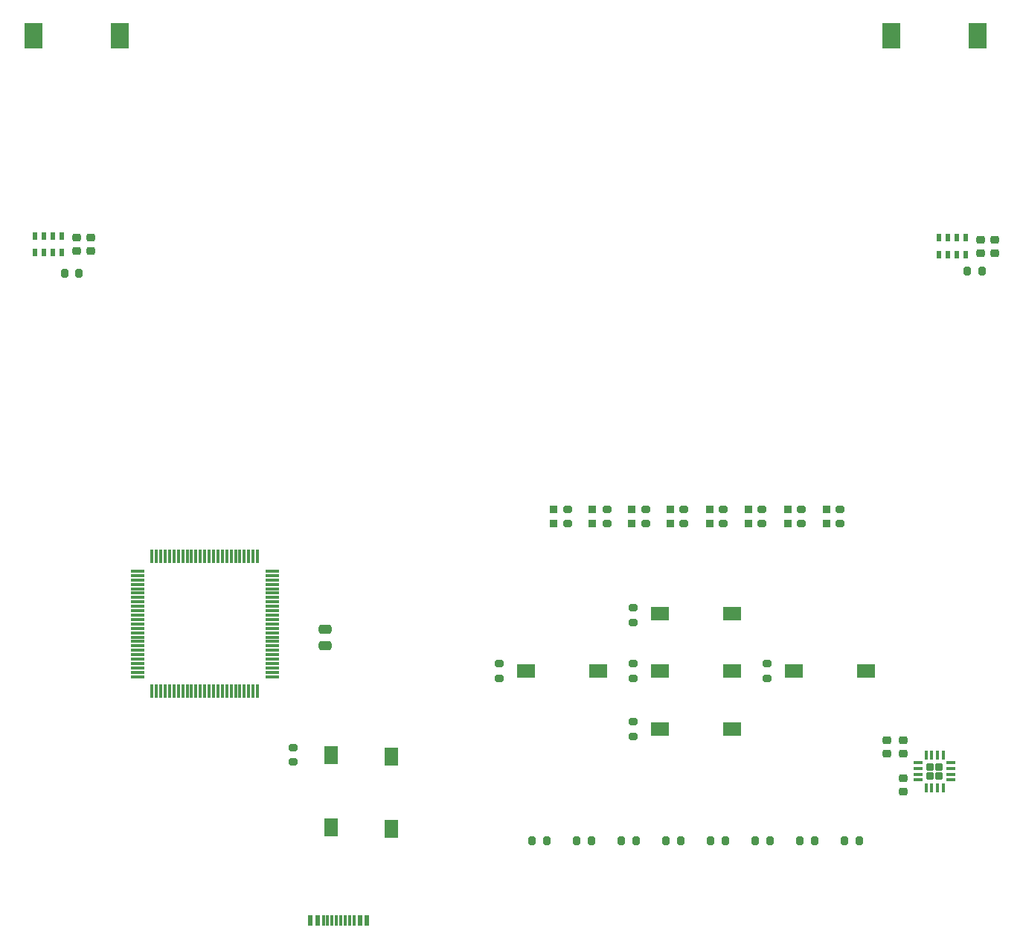
<source format=gtp>
G04 #@! TF.GenerationSoftware,KiCad,Pcbnew,(6.0.9)*
G04 #@! TF.CreationDate,2023-02-20T14:12:10-05:00*
G04 #@! TF.ProjectId,UDuino,55447569-6e6f-42e6-9b69-6361645f7063,rev?*
G04 #@! TF.SameCoordinates,Original*
G04 #@! TF.FileFunction,Paste,Top*
G04 #@! TF.FilePolarity,Positive*
%FSLAX46Y46*%
G04 Gerber Fmt 4.6, Leading zero omitted, Abs format (unit mm)*
G04 Created by KiCad (PCBNEW (6.0.9)) date 2023-02-20 14:12:10*
%MOMM*%
%LPD*%
G01*
G04 APERTURE LIST*
G04 Aperture macros list*
%AMRoundRect*
0 Rectangle with rounded corners*
0 $1 Rounding radius*
0 $2 $3 $4 $5 $6 $7 $8 $9 X,Y pos of 4 corners*
0 Add a 4 corners polygon primitive as box body*
4,1,4,$2,$3,$4,$5,$6,$7,$8,$9,$2,$3,0*
0 Add four circle primitives for the rounded corners*
1,1,$1+$1,$2,$3*
1,1,$1+$1,$4,$5*
1,1,$1+$1,$6,$7*
1,1,$1+$1,$8,$9*
0 Add four rect primitives between the rounded corners*
20,1,$1+$1,$2,$3,$4,$5,0*
20,1,$1+$1,$4,$5,$6,$7,0*
20,1,$1+$1,$6,$7,$8,$9,0*
20,1,$1+$1,$8,$9,$2,$3,0*%
G04 Aperture macros list end*
%ADD10R,2.000000X1.500000*%
%ADD11R,1.500000X2.000000*%
%ADD12R,0.930000X0.810000*%
%ADD13RoundRect,0.200000X-0.275000X0.200000X-0.275000X-0.200000X0.275000X-0.200000X0.275000X0.200000X0*%
%ADD14RoundRect,0.250000X0.475000X-0.250000X0.475000X0.250000X-0.475000X0.250000X-0.475000X-0.250000X0*%
%ADD15RoundRect,0.075000X0.725000X0.075000X-0.725000X0.075000X-0.725000X-0.075000X0.725000X-0.075000X0*%
%ADD16RoundRect,0.075000X0.075000X0.725000X-0.075000X0.725000X-0.075000X-0.725000X0.075000X-0.725000X0*%
%ADD17R,0.600000X0.900000*%
%ADD18R,2.000000X3.000000*%
%ADD19RoundRect,0.200000X-0.200000X-0.275000X0.200000X-0.275000X0.200000X0.275000X-0.200000X0.275000X0*%
%ADD20RoundRect,0.200000X0.200000X0.275000X-0.200000X0.275000X-0.200000X-0.275000X0.200000X-0.275000X0*%
%ADD21RoundRect,0.200000X0.275000X-0.200000X0.275000X0.200000X-0.275000X0.200000X-0.275000X-0.200000X0*%
%ADD22RoundRect,0.225000X-0.250000X0.225000X-0.250000X-0.225000X0.250000X-0.225000X0.250000X0.225000X0*%
%ADD23RoundRect,0.087500X0.087500X0.425000X-0.087500X0.425000X-0.087500X-0.425000X0.087500X-0.425000X0*%
%ADD24RoundRect,0.087500X0.425000X0.087500X-0.425000X0.087500X-0.425000X-0.087500X0.425000X-0.087500X0*%
%ADD25RoundRect,0.212500X0.212500X0.212500X-0.212500X0.212500X-0.212500X-0.212500X0.212500X-0.212500X0*%
%ADD26RoundRect,0.225000X0.250000X-0.225000X0.250000X0.225000X-0.250000X0.225000X-0.250000X-0.225000X0*%
%ADD27R,0.600000X1.160000*%
%ADD28R,0.300000X1.160000*%
G04 APERTURE END LIST*
D10*
X70132000Y-84074000D03*
X61932000Y-84074000D03*
X85388000Y-77597000D03*
X77188000Y-77597000D03*
X85380000Y-84074000D03*
X77180000Y-84074000D03*
X85388000Y-90678000D03*
X77188000Y-90678000D03*
D11*
X46609000Y-93817000D03*
X46609000Y-102017000D03*
X39751000Y-93690000D03*
X39751000Y-101890000D03*
D12*
X65072000Y-65690000D03*
X65072000Y-67310000D03*
X69517000Y-65690000D03*
X69517000Y-67310000D03*
X73962000Y-65690000D03*
X73962000Y-67310000D03*
X78407000Y-65690000D03*
X78407000Y-67310000D03*
X82852000Y-65690000D03*
X82852000Y-67310000D03*
X87297000Y-65690000D03*
X87297000Y-67310000D03*
X91742000Y-65690000D03*
X91742000Y-67310000D03*
X96187000Y-65690000D03*
X96187000Y-67310000D03*
D13*
X35433000Y-92774000D03*
X35433000Y-94424000D03*
D14*
X39116000Y-81214000D03*
X39116000Y-79314000D03*
D15*
X33075000Y-84740000D03*
X33075000Y-84240000D03*
X33075000Y-83740000D03*
X33075000Y-83240000D03*
X33075000Y-82740000D03*
X33075000Y-82240000D03*
X33075000Y-81740000D03*
X33075000Y-81240000D03*
X33075000Y-80740000D03*
X33075000Y-80240000D03*
X33075000Y-79740000D03*
X33075000Y-79240000D03*
X33075000Y-78740000D03*
X33075000Y-78240000D03*
X33075000Y-77740000D03*
X33075000Y-77240000D03*
X33075000Y-76740000D03*
X33075000Y-76240000D03*
X33075000Y-75740000D03*
X33075000Y-75240000D03*
X33075000Y-74740000D03*
X33075000Y-74240000D03*
X33075000Y-73740000D03*
X33075000Y-73240000D03*
X33075000Y-72740000D03*
D16*
X31400000Y-71065000D03*
X30900000Y-71065000D03*
X30400000Y-71065000D03*
X29900000Y-71065000D03*
X29400000Y-71065000D03*
X28900000Y-71065000D03*
X28400000Y-71065000D03*
X27900000Y-71065000D03*
X27400000Y-71065000D03*
X26900000Y-71065000D03*
X26400000Y-71065000D03*
X25900000Y-71065000D03*
X25400000Y-71065000D03*
X24900000Y-71065000D03*
X24400000Y-71065000D03*
X23900000Y-71065000D03*
X23400000Y-71065000D03*
X22900000Y-71065000D03*
X22400000Y-71065000D03*
X21900000Y-71065000D03*
X21400000Y-71065000D03*
X20900000Y-71065000D03*
X20400000Y-71065000D03*
X19900000Y-71065000D03*
X19400000Y-71065000D03*
D15*
X17725000Y-72740000D03*
X17725000Y-73240000D03*
X17725000Y-73740000D03*
X17725000Y-74240000D03*
X17725000Y-74740000D03*
X17725000Y-75240000D03*
X17725000Y-75740000D03*
X17725000Y-76240000D03*
X17725000Y-76740000D03*
X17725000Y-77240000D03*
X17725000Y-77740000D03*
X17725000Y-78240000D03*
X17725000Y-78740000D03*
X17725000Y-79240000D03*
X17725000Y-79740000D03*
X17725000Y-80240000D03*
X17725000Y-80740000D03*
X17725000Y-81240000D03*
X17725000Y-81740000D03*
X17725000Y-82240000D03*
X17725000Y-82740000D03*
X17725000Y-83240000D03*
X17725000Y-83740000D03*
X17725000Y-84240000D03*
X17725000Y-84740000D03*
D16*
X19400000Y-86415000D03*
X19900000Y-86415000D03*
X20400000Y-86415000D03*
X20900000Y-86415000D03*
X21400000Y-86415000D03*
X21900000Y-86415000D03*
X22400000Y-86415000D03*
X22900000Y-86415000D03*
X23400000Y-86415000D03*
X23900000Y-86415000D03*
X24400000Y-86415000D03*
X24900000Y-86415000D03*
X25400000Y-86415000D03*
X25900000Y-86415000D03*
X26400000Y-86415000D03*
X26900000Y-86415000D03*
X27400000Y-86415000D03*
X27900000Y-86415000D03*
X28400000Y-86415000D03*
X28900000Y-86415000D03*
X29400000Y-86415000D03*
X29900000Y-86415000D03*
X30400000Y-86415000D03*
X30900000Y-86415000D03*
X31400000Y-86415000D03*
D17*
X9120000Y-34610000D03*
X8120000Y-34610000D03*
X7120000Y-34610000D03*
X6120000Y-34610000D03*
X6120000Y-36510000D03*
X7120000Y-36510000D03*
X8120000Y-36510000D03*
X9120000Y-36510000D03*
D18*
X103533000Y-11899000D03*
X113383000Y-11899000D03*
D19*
X82995000Y-103378000D03*
X84645000Y-103378000D03*
X62675000Y-103378000D03*
X64325000Y-103378000D03*
D20*
X11112000Y-38862000D03*
X9462000Y-38862000D03*
D19*
X93155000Y-103378000D03*
X94805000Y-103378000D03*
D21*
X88821000Y-67325000D03*
X88821000Y-65675000D03*
X93266000Y-67325000D03*
X93266000Y-65675000D03*
D22*
X12446000Y-34785000D03*
X12446000Y-36335000D03*
D13*
X89408000Y-83249000D03*
X89408000Y-84899000D03*
D21*
X66723000Y-67325000D03*
X66723000Y-65675000D03*
D22*
X104902000Y-91935000D03*
X104902000Y-93485000D03*
D21*
X79931000Y-67325000D03*
X79931000Y-65675000D03*
D22*
X115316000Y-35039000D03*
X115316000Y-36589000D03*
D13*
X74160000Y-89853000D03*
X74160000Y-91503000D03*
X58920000Y-83249000D03*
X58920000Y-84899000D03*
D23*
X109433000Y-97366500D03*
X108783000Y-97366500D03*
X108133000Y-97366500D03*
X107483000Y-97366500D03*
D24*
X106595500Y-96479000D03*
X106595500Y-95829000D03*
X106595500Y-95179000D03*
X106595500Y-94529000D03*
D23*
X107483000Y-93641500D03*
X108133000Y-93641500D03*
X108783000Y-93641500D03*
X109433000Y-93641500D03*
D24*
X110320500Y-94529000D03*
X110320500Y-95179000D03*
X110320500Y-95829000D03*
X110320500Y-96479000D03*
D25*
X107933000Y-96029000D03*
X108983000Y-94979000D03*
X108983000Y-96029000D03*
X107933000Y-94979000D03*
D13*
X74168000Y-76899000D03*
X74168000Y-78549000D03*
D19*
X67755000Y-103378000D03*
X69405000Y-103378000D03*
D21*
X84376000Y-67325000D03*
X84376000Y-65675000D03*
D19*
X88075000Y-103378000D03*
X89725000Y-103378000D03*
D21*
X75613000Y-67325000D03*
X75613000Y-65675000D03*
D22*
X102997000Y-91935000D03*
X102997000Y-93485000D03*
D26*
X113665000Y-36589000D03*
X113665000Y-35039000D03*
D17*
X111990000Y-34822500D03*
X110990000Y-34822500D03*
X109990000Y-34822500D03*
X108990000Y-34822500D03*
X108990000Y-36722500D03*
X109990000Y-36722500D03*
X110990000Y-36722500D03*
X111990000Y-36722500D03*
D20*
X113855000Y-38608000D03*
X112205000Y-38608000D03*
D19*
X98235000Y-103378000D03*
X99885000Y-103378000D03*
D13*
X74168000Y-83249000D03*
X74168000Y-84899000D03*
D19*
X72835000Y-103378000D03*
X74485000Y-103378000D03*
D21*
X71168000Y-67325000D03*
X71168000Y-65675000D03*
D26*
X10795000Y-36335000D03*
X10795000Y-34785000D03*
D22*
X104902000Y-96240000D03*
X104902000Y-97790000D03*
D27*
X37440000Y-112439000D03*
X38240000Y-112439000D03*
D28*
X39390000Y-112439000D03*
X40390000Y-112439000D03*
X40890000Y-112439000D03*
X41890000Y-112439000D03*
D27*
X43040000Y-112439000D03*
X43840000Y-112439000D03*
X43840000Y-112439000D03*
X43040000Y-112439000D03*
D28*
X42390000Y-112439000D03*
X41390000Y-112439000D03*
X39890000Y-112439000D03*
X38890000Y-112439000D03*
D27*
X38240000Y-112439000D03*
X37440000Y-112439000D03*
D21*
X97711000Y-67325000D03*
X97711000Y-65675000D03*
D19*
X77915000Y-103378000D03*
X79565000Y-103378000D03*
D18*
X5872000Y-11888000D03*
X15722000Y-11888000D03*
D10*
X100612000Y-84074000D03*
X92412000Y-84074000D03*
M02*

</source>
